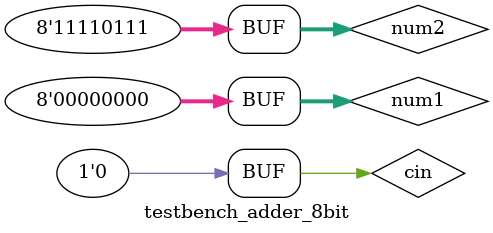
<source format=v>
`include "ADDER_8bit.v"
module testbench_adder_8bit;
	 reg [7:0] num1,num2;
	 wire [7:0] sum;
	 wire cfinal;
	 wire cin;
	 
	 assign cin = 0;
	 
	 ADDER_8bit fl(cfinal,sum,num1,num2,cin);
	 initial
		$monitor(,$time,"sum=%b, cfinal = %b, num1=%b, num2=%b, cin = %b",sum,cfinal,num1,num2,cin);
	 
	 initial
		 begin
			#0 num1=8'b10101010;num2=8'b01010101;
			#10 num1=8'b00000000;num2=8'b11111110;
			#20 num1=8'b00000000;num2=8'b11111101;
			#30 num1=8'b00000000;num2=8'b11111011;
			#40 num1=8'b00000000;num2=8'b11110111;
		 end
endmodule
</source>
